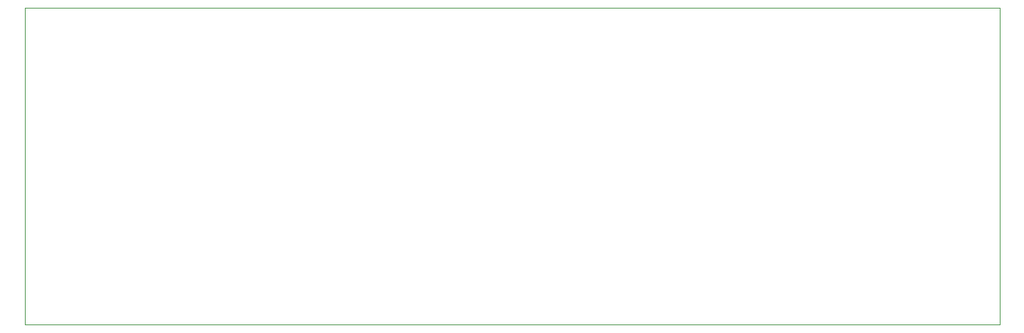
<source format=gbr>
G04 #@! TF.GenerationSoftware,KiCad,Pcbnew,7.0.11+dfsg-1build4*
G04 #@! TF.CreationDate,2025-06-25T18:53:50-04:00*
G04 #@! TF.ProjectId,pmod_1553,706d6f64-5f31-4353-9533-2e6b69636164,rev?*
G04 #@! TF.SameCoordinates,Original*
G04 #@! TF.FileFunction,Profile,NP*
%FSLAX46Y46*%
G04 Gerber Fmt 4.6, Leading zero omitted, Abs format (unit mm)*
G04 Created by KiCad (PCBNEW 7.0.11+dfsg-1build4) date 2025-06-25 18:53:50*
%MOMM*%
%LPD*%
G01*
G04 APERTURE LIST*
G04 #@! TA.AperFunction,Profile*
%ADD10C,0.100000*%
G04 #@! TD*
G04 APERTURE END LIST*
D10*
X94500000Y-73229086D02*
X210390635Y-73229086D01*
X210390635Y-111000000D01*
X94500000Y-111000000D01*
X94500000Y-73229086D01*
M02*

</source>
